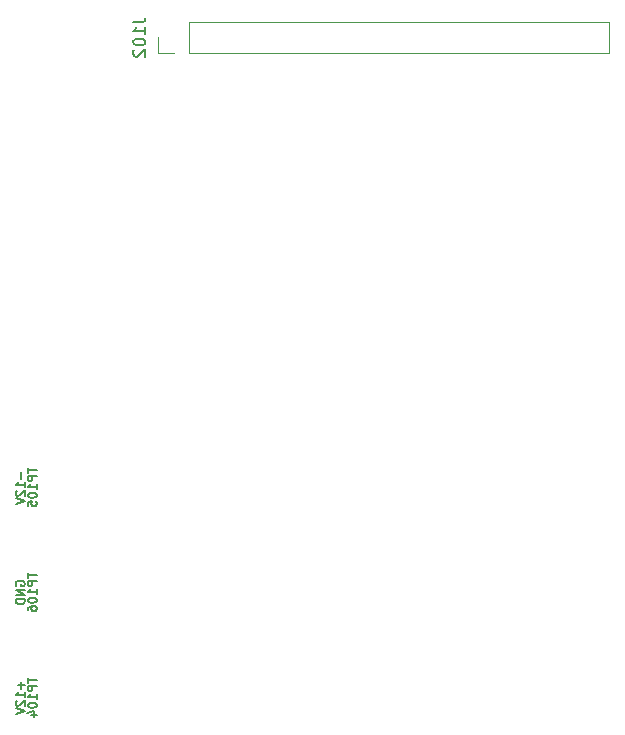
<source format=gbo>
G04 #@! TF.GenerationSoftware,KiCad,Pcbnew,7.0.0-rc2-unknown-92a61b187f~165~ubuntu22.04.1*
G04 #@! TF.CreationDate,2023-02-10T21:55:46-05:00*
G04 #@! TF.ProjectId,dualvca_b2,6475616c-7663-4615-9f62-322e6b696361,rev?*
G04 #@! TF.SameCoordinates,Original*
G04 #@! TF.FileFunction,Legend,Bot*
G04 #@! TF.FilePolarity,Positive*
%FSLAX46Y46*%
G04 Gerber Fmt 4.6, Leading zero omitted, Abs format (unit mm)*
G04 Created by KiCad (PCBNEW 7.0.0-rc2-unknown-92a61b187f~165~ubuntu22.04.1) date 2023-02-10 21:55:46*
%MOMM*%
%LPD*%
G01*
G04 APERTURE LIST*
%ADD10C,0.150000*%
%ADD11C,0.120000*%
G04 APERTURE END LIST*
D10*
G04 #@! TO.C,TP106*
X119883535Y-122959285D02*
X119883535Y-123387857D01*
X120633535Y-123173571D02*
X119883535Y-123173571D01*
X120633535Y-123637857D02*
X119883535Y-123637857D01*
X119883535Y-123637857D02*
X119883535Y-123923571D01*
X119883535Y-123923571D02*
X119919250Y-123995000D01*
X119919250Y-123995000D02*
X119954964Y-124030714D01*
X119954964Y-124030714D02*
X120026392Y-124066428D01*
X120026392Y-124066428D02*
X120133535Y-124066428D01*
X120133535Y-124066428D02*
X120204964Y-124030714D01*
X120204964Y-124030714D02*
X120240678Y-123995000D01*
X120240678Y-123995000D02*
X120276392Y-123923571D01*
X120276392Y-123923571D02*
X120276392Y-123637857D01*
X120633535Y-124780714D02*
X120633535Y-124352143D01*
X120633535Y-124566428D02*
X119883535Y-124566428D01*
X119883535Y-124566428D02*
X119990678Y-124495000D01*
X119990678Y-124495000D02*
X120062107Y-124423571D01*
X120062107Y-124423571D02*
X120097821Y-124352143D01*
X119883535Y-125245000D02*
X119883535Y-125316429D01*
X119883535Y-125316429D02*
X119919250Y-125387857D01*
X119919250Y-125387857D02*
X119954964Y-125423572D01*
X119954964Y-125423572D02*
X120026392Y-125459286D01*
X120026392Y-125459286D02*
X120169250Y-125495000D01*
X120169250Y-125495000D02*
X120347821Y-125495000D01*
X120347821Y-125495000D02*
X120490678Y-125459286D01*
X120490678Y-125459286D02*
X120562107Y-125423572D01*
X120562107Y-125423572D02*
X120597821Y-125387857D01*
X120597821Y-125387857D02*
X120633535Y-125316429D01*
X120633535Y-125316429D02*
X120633535Y-125245000D01*
X120633535Y-125245000D02*
X120597821Y-125173572D01*
X120597821Y-125173572D02*
X120562107Y-125137857D01*
X120562107Y-125137857D02*
X120490678Y-125102143D01*
X120490678Y-125102143D02*
X120347821Y-125066429D01*
X120347821Y-125066429D02*
X120169250Y-125066429D01*
X120169250Y-125066429D02*
X120026392Y-125102143D01*
X120026392Y-125102143D02*
X119954964Y-125137857D01*
X119954964Y-125137857D02*
X119919250Y-125173572D01*
X119919250Y-125173572D02*
X119883535Y-125245000D01*
X119883535Y-126137858D02*
X119883535Y-125995000D01*
X119883535Y-125995000D02*
X119919250Y-125923572D01*
X119919250Y-125923572D02*
X119954964Y-125887858D01*
X119954964Y-125887858D02*
X120062107Y-125816429D01*
X120062107Y-125816429D02*
X120204964Y-125780715D01*
X120204964Y-125780715D02*
X120490678Y-125780715D01*
X120490678Y-125780715D02*
X120562107Y-125816429D01*
X120562107Y-125816429D02*
X120597821Y-125852143D01*
X120597821Y-125852143D02*
X120633535Y-125923572D01*
X120633535Y-125923572D02*
X120633535Y-126066429D01*
X120633535Y-126066429D02*
X120597821Y-126137858D01*
X120597821Y-126137858D02*
X120562107Y-126173572D01*
X120562107Y-126173572D02*
X120490678Y-126209286D01*
X120490678Y-126209286D02*
X120312107Y-126209286D01*
X120312107Y-126209286D02*
X120240678Y-126173572D01*
X120240678Y-126173572D02*
X120204964Y-126137858D01*
X120204964Y-126137858D02*
X120169250Y-126066429D01*
X120169250Y-126066429D02*
X120169250Y-125923572D01*
X120169250Y-125923572D02*
X120204964Y-125852143D01*
X120204964Y-125852143D02*
X120240678Y-125816429D01*
X120240678Y-125816429D02*
X120312107Y-125780715D01*
X118903250Y-124048571D02*
X118867535Y-123977143D01*
X118867535Y-123977143D02*
X118867535Y-123870000D01*
X118867535Y-123870000D02*
X118903250Y-123762857D01*
X118903250Y-123762857D02*
X118974678Y-123691428D01*
X118974678Y-123691428D02*
X119046107Y-123655714D01*
X119046107Y-123655714D02*
X119188964Y-123620000D01*
X119188964Y-123620000D02*
X119296107Y-123620000D01*
X119296107Y-123620000D02*
X119438964Y-123655714D01*
X119438964Y-123655714D02*
X119510392Y-123691428D01*
X119510392Y-123691428D02*
X119581821Y-123762857D01*
X119581821Y-123762857D02*
X119617535Y-123870000D01*
X119617535Y-123870000D02*
X119617535Y-123941428D01*
X119617535Y-123941428D02*
X119581821Y-124048571D01*
X119581821Y-124048571D02*
X119546107Y-124084285D01*
X119546107Y-124084285D02*
X119296107Y-124084285D01*
X119296107Y-124084285D02*
X119296107Y-123941428D01*
X119617535Y-124405714D02*
X118867535Y-124405714D01*
X118867535Y-124405714D02*
X119617535Y-124834285D01*
X119617535Y-124834285D02*
X118867535Y-124834285D01*
X119617535Y-125191428D02*
X118867535Y-125191428D01*
X118867535Y-125191428D02*
X118867535Y-125369999D01*
X118867535Y-125369999D02*
X118903250Y-125477142D01*
X118903250Y-125477142D02*
X118974678Y-125548571D01*
X118974678Y-125548571D02*
X119046107Y-125584285D01*
X119046107Y-125584285D02*
X119188964Y-125619999D01*
X119188964Y-125619999D02*
X119296107Y-125619999D01*
X119296107Y-125619999D02*
X119438964Y-125584285D01*
X119438964Y-125584285D02*
X119510392Y-125548571D01*
X119510392Y-125548571D02*
X119581821Y-125477142D01*
X119581821Y-125477142D02*
X119617535Y-125369999D01*
X119617535Y-125369999D02*
X119617535Y-125191428D01*
G04 #@! TO.C,TP104*
X119883535Y-131849285D02*
X119883535Y-132277857D01*
X120633535Y-132063571D02*
X119883535Y-132063571D01*
X120633535Y-132527857D02*
X119883535Y-132527857D01*
X119883535Y-132527857D02*
X119883535Y-132813571D01*
X119883535Y-132813571D02*
X119919250Y-132885000D01*
X119919250Y-132885000D02*
X119954964Y-132920714D01*
X119954964Y-132920714D02*
X120026392Y-132956428D01*
X120026392Y-132956428D02*
X120133535Y-132956428D01*
X120133535Y-132956428D02*
X120204964Y-132920714D01*
X120204964Y-132920714D02*
X120240678Y-132885000D01*
X120240678Y-132885000D02*
X120276392Y-132813571D01*
X120276392Y-132813571D02*
X120276392Y-132527857D01*
X120633535Y-133670714D02*
X120633535Y-133242143D01*
X120633535Y-133456428D02*
X119883535Y-133456428D01*
X119883535Y-133456428D02*
X119990678Y-133385000D01*
X119990678Y-133385000D02*
X120062107Y-133313571D01*
X120062107Y-133313571D02*
X120097821Y-133242143D01*
X119883535Y-134135000D02*
X119883535Y-134206429D01*
X119883535Y-134206429D02*
X119919250Y-134277857D01*
X119919250Y-134277857D02*
X119954964Y-134313572D01*
X119954964Y-134313572D02*
X120026392Y-134349286D01*
X120026392Y-134349286D02*
X120169250Y-134385000D01*
X120169250Y-134385000D02*
X120347821Y-134385000D01*
X120347821Y-134385000D02*
X120490678Y-134349286D01*
X120490678Y-134349286D02*
X120562107Y-134313572D01*
X120562107Y-134313572D02*
X120597821Y-134277857D01*
X120597821Y-134277857D02*
X120633535Y-134206429D01*
X120633535Y-134206429D02*
X120633535Y-134135000D01*
X120633535Y-134135000D02*
X120597821Y-134063572D01*
X120597821Y-134063572D02*
X120562107Y-134027857D01*
X120562107Y-134027857D02*
X120490678Y-133992143D01*
X120490678Y-133992143D02*
X120347821Y-133956429D01*
X120347821Y-133956429D02*
X120169250Y-133956429D01*
X120169250Y-133956429D02*
X120026392Y-133992143D01*
X120026392Y-133992143D02*
X119954964Y-134027857D01*
X119954964Y-134027857D02*
X119919250Y-134063572D01*
X119919250Y-134063572D02*
X119883535Y-134135000D01*
X120133535Y-135027858D02*
X120633535Y-135027858D01*
X119847821Y-134849286D02*
X120383535Y-134670715D01*
X120383535Y-134670715D02*
X120383535Y-135135000D01*
X119331821Y-132188571D02*
X119331821Y-132760000D01*
X119617535Y-132474285D02*
X119046107Y-132474285D01*
X119617535Y-133509999D02*
X119617535Y-133081428D01*
X119617535Y-133295713D02*
X118867535Y-133295713D01*
X118867535Y-133295713D02*
X118974678Y-133224285D01*
X118974678Y-133224285D02*
X119046107Y-133152856D01*
X119046107Y-133152856D02*
X119081821Y-133081428D01*
X118938964Y-133795714D02*
X118903250Y-133831428D01*
X118903250Y-133831428D02*
X118867535Y-133902857D01*
X118867535Y-133902857D02*
X118867535Y-134081428D01*
X118867535Y-134081428D02*
X118903250Y-134152857D01*
X118903250Y-134152857D02*
X118938964Y-134188571D01*
X118938964Y-134188571D02*
X119010392Y-134224285D01*
X119010392Y-134224285D02*
X119081821Y-134224285D01*
X119081821Y-134224285D02*
X119188964Y-134188571D01*
X119188964Y-134188571D02*
X119617535Y-133759999D01*
X119617535Y-133759999D02*
X119617535Y-134224285D01*
X118867535Y-134438571D02*
X119617535Y-134688571D01*
X119617535Y-134688571D02*
X118867535Y-134938571D01*
G04 #@! TO.C,TP105*
X119331821Y-114408571D02*
X119331821Y-114980000D01*
X119617535Y-115729999D02*
X119617535Y-115301428D01*
X119617535Y-115515713D02*
X118867535Y-115515713D01*
X118867535Y-115515713D02*
X118974678Y-115444285D01*
X118974678Y-115444285D02*
X119046107Y-115372856D01*
X119046107Y-115372856D02*
X119081821Y-115301428D01*
X118938964Y-116015714D02*
X118903250Y-116051428D01*
X118903250Y-116051428D02*
X118867535Y-116122857D01*
X118867535Y-116122857D02*
X118867535Y-116301428D01*
X118867535Y-116301428D02*
X118903250Y-116372857D01*
X118903250Y-116372857D02*
X118938964Y-116408571D01*
X118938964Y-116408571D02*
X119010392Y-116444285D01*
X119010392Y-116444285D02*
X119081821Y-116444285D01*
X119081821Y-116444285D02*
X119188964Y-116408571D01*
X119188964Y-116408571D02*
X119617535Y-115979999D01*
X119617535Y-115979999D02*
X119617535Y-116444285D01*
X118867535Y-116658571D02*
X119617535Y-116908571D01*
X119617535Y-116908571D02*
X118867535Y-117158571D01*
X119883535Y-114069285D02*
X119883535Y-114497857D01*
X120633535Y-114283571D02*
X119883535Y-114283571D01*
X120633535Y-114747857D02*
X119883535Y-114747857D01*
X119883535Y-114747857D02*
X119883535Y-115033571D01*
X119883535Y-115033571D02*
X119919250Y-115105000D01*
X119919250Y-115105000D02*
X119954964Y-115140714D01*
X119954964Y-115140714D02*
X120026392Y-115176428D01*
X120026392Y-115176428D02*
X120133535Y-115176428D01*
X120133535Y-115176428D02*
X120204964Y-115140714D01*
X120204964Y-115140714D02*
X120240678Y-115105000D01*
X120240678Y-115105000D02*
X120276392Y-115033571D01*
X120276392Y-115033571D02*
X120276392Y-114747857D01*
X120633535Y-115890714D02*
X120633535Y-115462143D01*
X120633535Y-115676428D02*
X119883535Y-115676428D01*
X119883535Y-115676428D02*
X119990678Y-115605000D01*
X119990678Y-115605000D02*
X120062107Y-115533571D01*
X120062107Y-115533571D02*
X120097821Y-115462143D01*
X119883535Y-116355000D02*
X119883535Y-116426429D01*
X119883535Y-116426429D02*
X119919250Y-116497857D01*
X119919250Y-116497857D02*
X119954964Y-116533572D01*
X119954964Y-116533572D02*
X120026392Y-116569286D01*
X120026392Y-116569286D02*
X120169250Y-116605000D01*
X120169250Y-116605000D02*
X120347821Y-116605000D01*
X120347821Y-116605000D02*
X120490678Y-116569286D01*
X120490678Y-116569286D02*
X120562107Y-116533572D01*
X120562107Y-116533572D02*
X120597821Y-116497857D01*
X120597821Y-116497857D02*
X120633535Y-116426429D01*
X120633535Y-116426429D02*
X120633535Y-116355000D01*
X120633535Y-116355000D02*
X120597821Y-116283572D01*
X120597821Y-116283572D02*
X120562107Y-116247857D01*
X120562107Y-116247857D02*
X120490678Y-116212143D01*
X120490678Y-116212143D02*
X120347821Y-116176429D01*
X120347821Y-116176429D02*
X120169250Y-116176429D01*
X120169250Y-116176429D02*
X120026392Y-116212143D01*
X120026392Y-116212143D02*
X119954964Y-116247857D01*
X119954964Y-116247857D02*
X119919250Y-116283572D01*
X119919250Y-116283572D02*
X119883535Y-116355000D01*
X119883535Y-117283572D02*
X119883535Y-116926429D01*
X119883535Y-116926429D02*
X120240678Y-116890715D01*
X120240678Y-116890715D02*
X120204964Y-116926429D01*
X120204964Y-116926429D02*
X120169250Y-116997858D01*
X120169250Y-116997858D02*
X120169250Y-117176429D01*
X120169250Y-117176429D02*
X120204964Y-117247858D01*
X120204964Y-117247858D02*
X120240678Y-117283572D01*
X120240678Y-117283572D02*
X120312107Y-117319286D01*
X120312107Y-117319286D02*
X120490678Y-117319286D01*
X120490678Y-117319286D02*
X120562107Y-117283572D01*
X120562107Y-117283572D02*
X120597821Y-117247858D01*
X120597821Y-117247858D02*
X120633535Y-117176429D01*
X120633535Y-117176429D02*
X120633535Y-116997858D01*
X120633535Y-116997858D02*
X120597821Y-116926429D01*
X120597821Y-116926429D02*
X120562107Y-116890715D01*
G04 #@! TO.C,J102*
X128822380Y-76344285D02*
X129536666Y-76344285D01*
X129536666Y-76344285D02*
X129679523Y-76296666D01*
X129679523Y-76296666D02*
X129774761Y-76201428D01*
X129774761Y-76201428D02*
X129822380Y-76058571D01*
X129822380Y-76058571D02*
X129822380Y-75963333D01*
X129822380Y-77344285D02*
X129822380Y-76772857D01*
X129822380Y-77058571D02*
X128822380Y-77058571D01*
X128822380Y-77058571D02*
X128965238Y-76963333D01*
X128965238Y-76963333D02*
X129060476Y-76868095D01*
X129060476Y-76868095D02*
X129108095Y-76772857D01*
X128822380Y-77963333D02*
X128822380Y-78058571D01*
X128822380Y-78058571D02*
X128870000Y-78153809D01*
X128870000Y-78153809D02*
X128917619Y-78201428D01*
X128917619Y-78201428D02*
X129012857Y-78249047D01*
X129012857Y-78249047D02*
X129203333Y-78296666D01*
X129203333Y-78296666D02*
X129441428Y-78296666D01*
X129441428Y-78296666D02*
X129631904Y-78249047D01*
X129631904Y-78249047D02*
X129727142Y-78201428D01*
X129727142Y-78201428D02*
X129774761Y-78153809D01*
X129774761Y-78153809D02*
X129822380Y-78058571D01*
X129822380Y-78058571D02*
X129822380Y-77963333D01*
X129822380Y-77963333D02*
X129774761Y-77868095D01*
X129774761Y-77868095D02*
X129727142Y-77820476D01*
X129727142Y-77820476D02*
X129631904Y-77772857D01*
X129631904Y-77772857D02*
X129441428Y-77725238D01*
X129441428Y-77725238D02*
X129203333Y-77725238D01*
X129203333Y-77725238D02*
X129012857Y-77772857D01*
X129012857Y-77772857D02*
X128917619Y-77820476D01*
X128917619Y-77820476D02*
X128870000Y-77868095D01*
X128870000Y-77868095D02*
X128822380Y-77963333D01*
X128917619Y-78677619D02*
X128870000Y-78725238D01*
X128870000Y-78725238D02*
X128822380Y-78820476D01*
X128822380Y-78820476D02*
X128822380Y-79058571D01*
X128822380Y-79058571D02*
X128870000Y-79153809D01*
X128870000Y-79153809D02*
X128917619Y-79201428D01*
X128917619Y-79201428D02*
X129012857Y-79249047D01*
X129012857Y-79249047D02*
X129108095Y-79249047D01*
X129108095Y-79249047D02*
X129250952Y-79201428D01*
X129250952Y-79201428D02*
X129822380Y-78630000D01*
X129822380Y-78630000D02*
X129822380Y-79249047D01*
D11*
X169115000Y-76300000D02*
X169115000Y-78960000D01*
X133495000Y-76300000D02*
X169115000Y-76300000D01*
X133495000Y-76300000D02*
X133495000Y-78960000D01*
X130895000Y-77630000D02*
X130895000Y-78960000D01*
X133495000Y-78960000D02*
X169115000Y-78960000D01*
X130895000Y-78960000D02*
X132225000Y-78960000D01*
G04 #@! TD*
M02*

</source>
